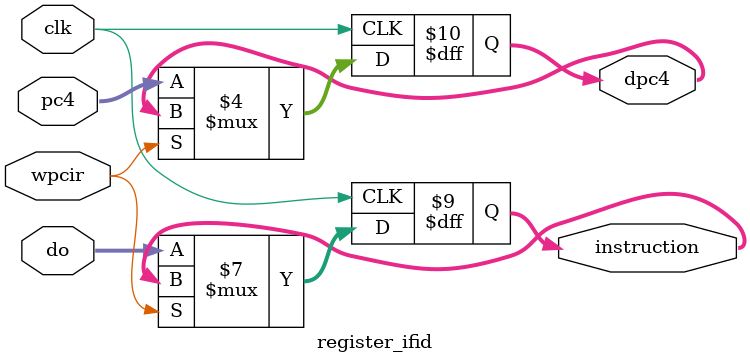
<source format=v>
`timescale 1ns / 1ps

module register_ifid(
    input clk, 
    input wpcir,
    input [31:0] do, 
    input [31:0] pc4,
    output reg [31:0] instruction,
    output reg [31:0] dpc4
    );


    always @ (negedge clk) begin
        if (wpcir == 1'b1) begin
            instruction <= instruction;
            dpc4 <= dpc4;
        end
        else begin
            instruction <= do;
            dpc4 <= pc4;
        end
    end

endmodule
</source>
